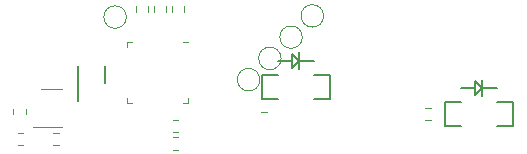
<source format=gbr>
%TF.GenerationSoftware,KiCad,Pcbnew,(5.1.8)-1*%
%TF.CreationDate,2021-04-26T00:43:02-04:00*%
%TF.ProjectId,Dogekey,446f6765-6b65-4792-9e6b-696361645f70,rev?*%
%TF.SameCoordinates,Original*%
%TF.FileFunction,Legend,Bot*%
%TF.FilePolarity,Positive*%
%FSLAX46Y46*%
G04 Gerber Fmt 4.6, Leading zero omitted, Abs format (unit mm)*
G04 Created by KiCad (PCBNEW (5.1.8)-1) date 2021-04-26 00:43:02*
%MOMM*%
%LPD*%
G01*
G04 APERTURE LIST*
%ADD10C,0.150000*%
%ADD11C,0.120000*%
%ADD12C,0.203200*%
G04 APERTURE END LIST*
D10*
%TO.C,U3*%
X33175000Y-61900000D02*
X33175000Y-58900000D01*
X35425000Y-60400000D02*
X35425000Y-58900000D01*
D11*
%TO.C,C1*%
X40622500Y-53862742D02*
X40622500Y-54337258D01*
X39577500Y-53862742D02*
X39577500Y-54337258D01*
%TO.C,C2*%
X41637258Y-64977500D02*
X41162742Y-64977500D01*
X41637258Y-66022500D02*
X41162742Y-66022500D01*
%TO.C,C3*%
X42122500Y-54337258D02*
X42122500Y-53862742D01*
X41077500Y-54337258D02*
X41077500Y-53862742D01*
%TO.C,C6*%
X28537258Y-65622500D02*
X28062742Y-65622500D01*
X28537258Y-64577500D02*
X28062742Y-64577500D01*
%TO.C,C7*%
X31537258Y-64577500D02*
X31062742Y-64577500D01*
X31537258Y-65622500D02*
X31062742Y-65622500D01*
%TO.C,R1*%
X27677500Y-62562742D02*
X27677500Y-63037258D01*
X28722500Y-62562742D02*
X28722500Y-63037258D01*
%TO.C,R2*%
X41637258Y-64522500D02*
X41162742Y-64522500D01*
X41637258Y-63477500D02*
X41162742Y-63477500D01*
%TO.C,R3*%
X49137258Y-61777500D02*
X48662742Y-61777500D01*
X49137258Y-62822500D02*
X48662742Y-62822500D01*
%TO.C,R4*%
X63037258Y-63522500D02*
X62562742Y-63522500D01*
X63037258Y-62477500D02*
X62562742Y-62477500D01*
%TO.C,R5*%
X38077500Y-54337258D02*
X38077500Y-53862742D01*
X39122500Y-54337258D02*
X39122500Y-53862742D01*
%TO.C,U1*%
X37765000Y-56890000D02*
X37290000Y-56890000D01*
X37290000Y-56890000D02*
X37290000Y-57365000D01*
X42035000Y-62110000D02*
X42510000Y-62110000D01*
X42510000Y-62110000D02*
X42510000Y-61635000D01*
X37765000Y-62110000D02*
X37290000Y-62110000D01*
X37290000Y-62110000D02*
X37290000Y-61635000D01*
X42035000Y-56890000D02*
X42510000Y-56890000D01*
%TO.C,U2*%
X30000000Y-60890000D02*
X31800000Y-60890000D01*
X31800000Y-64110000D02*
X29350000Y-64110000D01*
D12*
%TO.C,U4*%
X50100000Y-61700000D02*
X48700000Y-61700000D01*
X48700000Y-61700000D02*
X48700000Y-59700000D01*
X48700000Y-59700000D02*
X50100000Y-59700000D01*
X53100000Y-61700000D02*
X54500000Y-61700000D01*
X54500000Y-61700000D02*
X54500000Y-59700000D01*
X54500000Y-59700000D02*
X53100000Y-59700000D01*
X51900000Y-59190000D02*
X51900000Y-58500000D01*
X51900000Y-58500000D02*
X51900000Y-58490000D01*
X51900000Y-58490000D02*
X51900000Y-57790000D01*
X51900000Y-58490000D02*
X51300000Y-59090000D01*
X51300000Y-59090000D02*
X51300000Y-58500000D01*
X51300000Y-58500000D02*
X51300000Y-57890000D01*
X51300000Y-57890000D02*
X51900000Y-58490000D01*
X50100000Y-58500000D02*
X51300000Y-58500000D01*
X51900000Y-58500000D02*
X53100000Y-58500000D01*
%TO.C,U5*%
X67400000Y-60800000D02*
X68600000Y-60800000D01*
X65600000Y-60800000D02*
X66800000Y-60800000D01*
X66800000Y-60190000D02*
X67400000Y-60790000D01*
X66800000Y-60800000D02*
X66800000Y-60190000D01*
X66800000Y-61390000D02*
X66800000Y-60800000D01*
X67400000Y-60790000D02*
X66800000Y-61390000D01*
X67400000Y-60790000D02*
X67400000Y-60090000D01*
X67400000Y-60800000D02*
X67400000Y-60790000D01*
X67400000Y-61490000D02*
X67400000Y-60800000D01*
X70000000Y-62000000D02*
X68600000Y-62000000D01*
X70000000Y-64000000D02*
X70000000Y-62000000D01*
X68600000Y-64000000D02*
X70000000Y-64000000D01*
X64200000Y-62000000D02*
X65600000Y-62000000D01*
X64200000Y-64000000D02*
X64200000Y-62000000D01*
X65600000Y-64000000D02*
X64200000Y-64000000D01*
D11*
%TO.C,TP1*%
X48550000Y-60100000D02*
G75*
G03*
X48550000Y-60100000I-950000J0D01*
G01*
%TO.C,TP2*%
X50350000Y-58300000D02*
G75*
G03*
X50350000Y-58300000I-950000J0D01*
G01*
%TO.C,TP3*%
X52150000Y-56500000D02*
G75*
G03*
X52150000Y-56500000I-950000J0D01*
G01*
%TO.C,TP4*%
X53950000Y-54700000D02*
G75*
G03*
X53950000Y-54700000I-950000J0D01*
G01*
%TO.C,TP5*%
X37250000Y-54800000D02*
G75*
G03*
X37250000Y-54800000I-950000J0D01*
G01*
%TD*%
M02*

</source>
